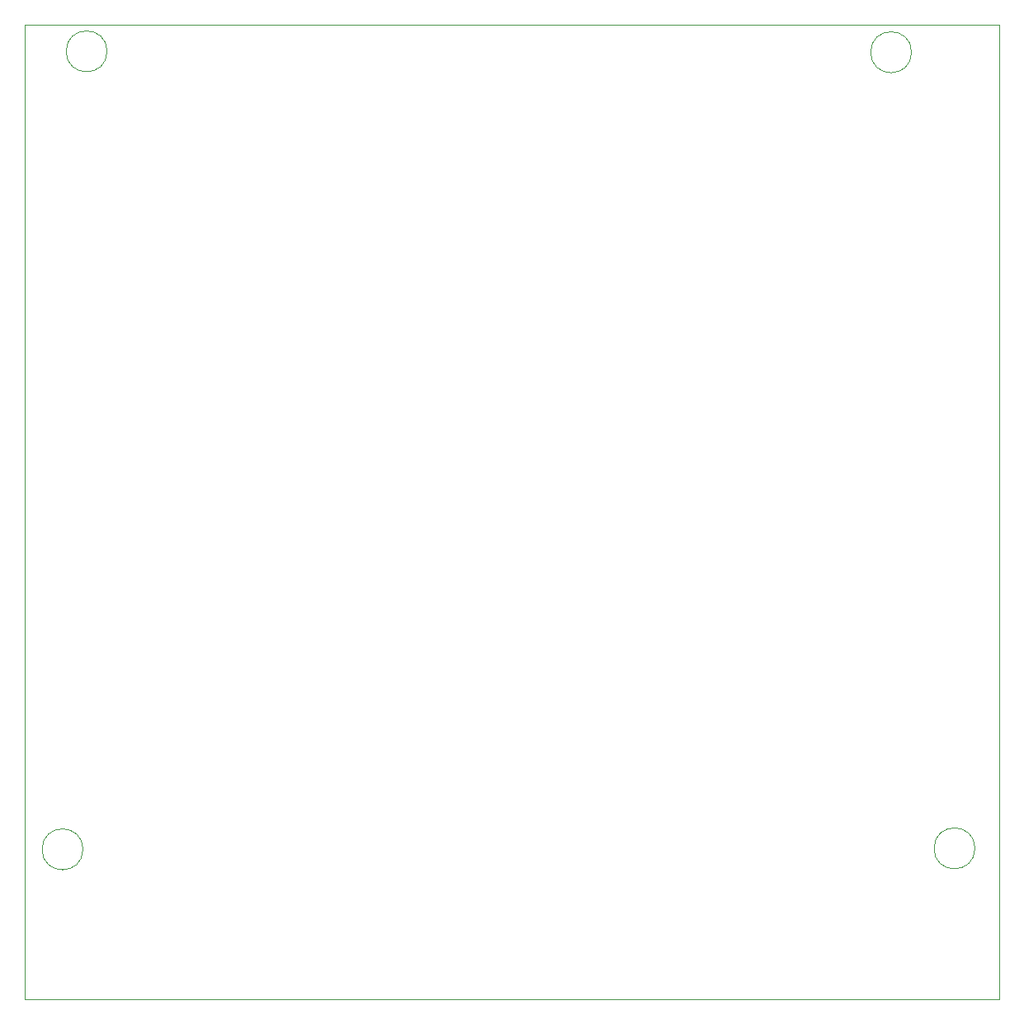
<source format=gbr>
%TF.GenerationSoftware,KiCad,Pcbnew,9.0.0*%
%TF.CreationDate,2025-04-11T05:48:34+10:00*%
%TF.ProjectId,Cable Tester,4361626c-6520-4546-9573-7465722e6b69,rev?*%
%TF.SameCoordinates,Original*%
%TF.FileFunction,Profile,NP*%
%FSLAX46Y46*%
G04 Gerber Fmt 4.6, Leading zero omitted, Abs format (unit mm)*
G04 Created by KiCad (PCBNEW 9.0.0) date 2025-04-11 05:48:34*
%MOMM*%
%LPD*%
G01*
G04 APERTURE LIST*
%TA.AperFunction,Profile*%
%ADD10C,0.050000*%
%TD*%
G04 APERTURE END LIST*
D10*
X43414000Y-121979761D02*
G75*
G02*
X39214000Y-121979761I-2100000J0D01*
G01*
X39214000Y-121979761D02*
G75*
G02*
X43414000Y-121979761I2100000J0D01*
G01*
X45884678Y-40098420D02*
G75*
G02*
X41684678Y-40098420I-2100000J0D01*
G01*
X41684678Y-40098420D02*
G75*
G02*
X45884678Y-40098420I2100000J0D01*
G01*
X134936251Y-121879339D02*
G75*
G02*
X130736251Y-121879339I-2100000J0D01*
G01*
X130736251Y-121879339D02*
G75*
G02*
X134936251Y-121879339I2100000J0D01*
G01*
X37425000Y-37375000D02*
X137425000Y-37375000D01*
X137425000Y-137375000D01*
X37425000Y-137375000D01*
X37425000Y-37375000D01*
X128433115Y-40190003D02*
G75*
G02*
X124233115Y-40190003I-2100000J0D01*
G01*
X124233115Y-40190003D02*
G75*
G02*
X128433115Y-40190003I2100000J0D01*
G01*
M02*

</source>
